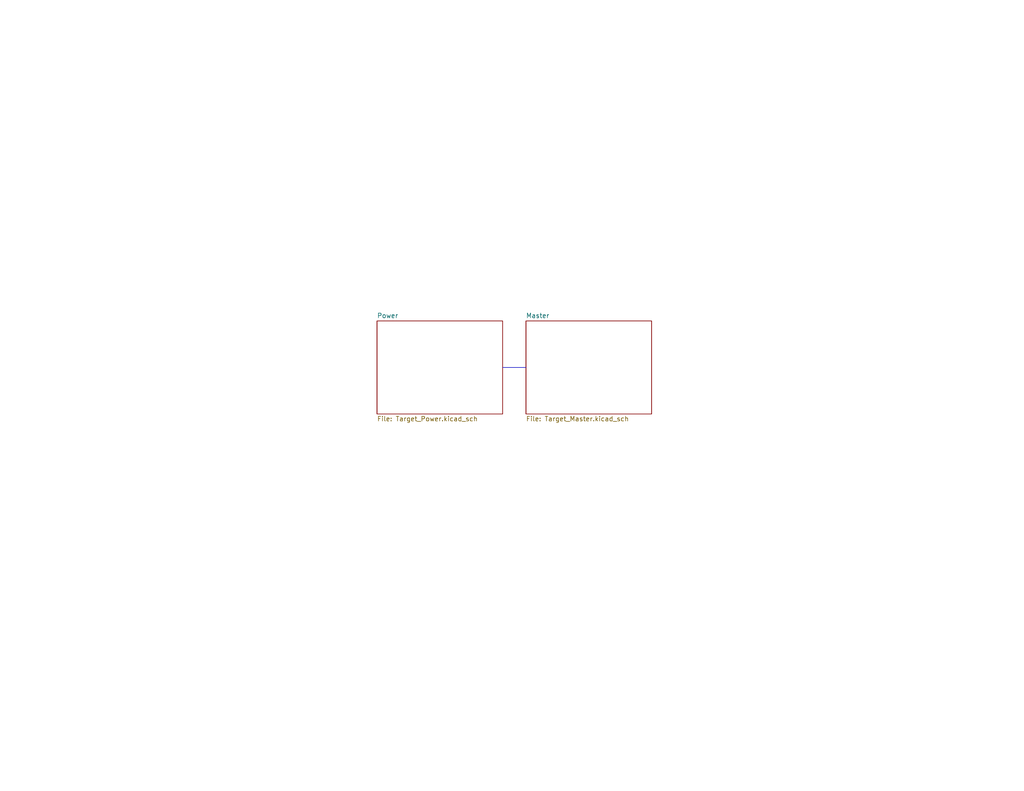
<source format=kicad_sch>
(kicad_sch
	(version 20231120)
	(generator "eeschema")
	(generator_version "8.0")
	(uuid "b95a4fbb-e866-40f1-8b06-3d5c3eea26d9")
	(paper "A")
	(title_block
		(title "Laser Shooting Game Target Master")
		(date "2024-12-06")
		(rev "A")
		(company "Idaho State University")
	)
	(lib_symbols)
	(rectangle
		(start 137.16 100.33)
		(end 143.51 100.33)
		(stroke
			(width 0)
			(type default)
		)
		(fill
			(type none)
		)
		(uuid 7a8e7888-ac1f-4676-8d6d-40d999020347)
	)
	(sheet
		(at 143.51 87.63)
		(size 34.29 25.4)
		(fields_autoplaced yes)
		(stroke
			(width 0.1524)
			(type solid)
		)
		(fill
			(color 0 0 0 0.0000)
		)
		(uuid "0bd2d014-6587-4062-995e-808742e2c3f8")
		(property "Sheetname" "Master"
			(at 143.51 86.9184 0)
			(effects
				(font
					(size 1.27 1.27)
				)
				(justify left bottom)
			)
		)
		(property "Sheetfile" "Target_Master.kicad_sch"
			(at 143.51 113.6146 0)
			(effects
				(font
					(size 1.27 1.27)
				)
				(justify left top)
			)
		)
		(instances
			(project "Target"
				(path "/b95a4fbb-e866-40f1-8b06-3d5c3eea26d9"
					(page "3")
				)
			)
		)
	)
	(sheet
		(at 102.87 87.63)
		(size 34.29 25.4)
		(fields_autoplaced yes)
		(stroke
			(width 0.1524)
			(type solid)
		)
		(fill
			(color 0 0 0 0.0000)
		)
		(uuid "0e3f4d82-cc09-4ba7-85db-e6aa39e63df5")
		(property "Sheetname" "Power"
			(at 102.87 86.9184 0)
			(effects
				(font
					(size 1.27 1.27)
				)
				(justify left bottom)
			)
		)
		(property "Sheetfile" "Target_Power.kicad_sch"
			(at 102.87 113.6146 0)
			(effects
				(font
					(size 1.27 1.27)
				)
				(justify left top)
			)
		)
		(instances
			(project "Target"
				(path "/b95a4fbb-e866-40f1-8b06-3d5c3eea26d9"
					(page "2")
				)
			)
		)
	)
	(sheet_instances
		(path "/"
			(page "1")
		)
	)
)
</source>
